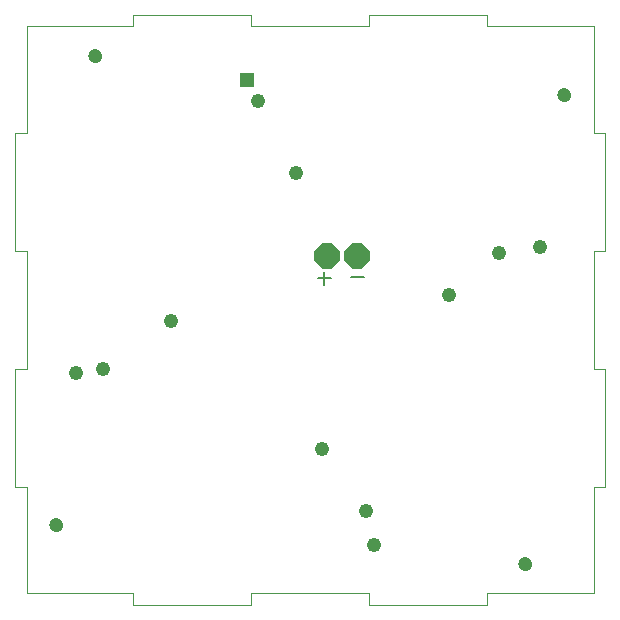
<source format=gbs>
G75*
%MOIN*%
%OFA0B0*%
%FSLAX25Y25*%
%IPPOS*%
%LPD*%
%AMOC8*
5,1,8,0,0,1.08239X$1,22.5*
%
%ADD10C,0.00004*%
%ADD11C,0.00600*%
%ADD12C,0.00000*%
%ADD13C,0.04737*%
%ADD14OC8,0.08400*%
%ADD15R,0.04762X0.04762*%
%ADD16C,0.04762*%
D10*
X0004939Y0004939D02*
X0040372Y0004939D01*
X0040372Y0001002D01*
X0079742Y0001002D01*
X0079742Y0004939D01*
X0119112Y0004939D01*
X0119112Y0001002D01*
X0158482Y0001002D01*
X0158482Y0004939D01*
X0193915Y0004939D01*
X0193915Y0040372D01*
X0197852Y0040372D01*
X0197852Y0079742D01*
X0193915Y0079742D01*
X0193915Y0119112D01*
X0197852Y0119112D01*
X0197852Y0158482D01*
X0193915Y0158482D01*
X0193915Y0193915D01*
X0158482Y0193915D01*
X0158482Y0197852D01*
X0119112Y0197852D01*
X0119112Y0193915D01*
X0079742Y0193915D01*
X0079742Y0197852D01*
X0040372Y0197852D01*
X0040372Y0193915D01*
X0004939Y0193915D01*
X0004939Y0158482D01*
X0001002Y0158482D01*
X0001002Y0119112D01*
X0004939Y0119112D01*
X0004939Y0079742D01*
X0001002Y0079742D01*
X0001002Y0040372D01*
X0004939Y0040372D01*
X0004939Y0004939D01*
D11*
X0104225Y0107881D02*
X0104225Y0112152D01*
X0106360Y0110017D02*
X0102089Y0110017D01*
X0113113Y0110410D02*
X0117383Y0110410D01*
D12*
X0182104Y0171081D02*
X0182106Y0171169D01*
X0182112Y0171257D01*
X0182122Y0171345D01*
X0182136Y0171433D01*
X0182153Y0171519D01*
X0182175Y0171605D01*
X0182200Y0171689D01*
X0182230Y0171773D01*
X0182262Y0171855D01*
X0182299Y0171935D01*
X0182339Y0172014D01*
X0182383Y0172091D01*
X0182430Y0172166D01*
X0182480Y0172238D01*
X0182534Y0172309D01*
X0182590Y0172376D01*
X0182650Y0172442D01*
X0182712Y0172504D01*
X0182778Y0172564D01*
X0182845Y0172620D01*
X0182916Y0172674D01*
X0182988Y0172724D01*
X0183063Y0172771D01*
X0183140Y0172815D01*
X0183219Y0172855D01*
X0183299Y0172892D01*
X0183381Y0172924D01*
X0183465Y0172954D01*
X0183549Y0172979D01*
X0183635Y0173001D01*
X0183721Y0173018D01*
X0183809Y0173032D01*
X0183897Y0173042D01*
X0183985Y0173048D01*
X0184073Y0173050D01*
X0184161Y0173048D01*
X0184249Y0173042D01*
X0184337Y0173032D01*
X0184425Y0173018D01*
X0184511Y0173001D01*
X0184597Y0172979D01*
X0184681Y0172954D01*
X0184765Y0172924D01*
X0184847Y0172892D01*
X0184927Y0172855D01*
X0185006Y0172815D01*
X0185083Y0172771D01*
X0185158Y0172724D01*
X0185230Y0172674D01*
X0185301Y0172620D01*
X0185368Y0172564D01*
X0185434Y0172504D01*
X0185496Y0172442D01*
X0185556Y0172376D01*
X0185612Y0172309D01*
X0185666Y0172238D01*
X0185716Y0172166D01*
X0185763Y0172091D01*
X0185807Y0172014D01*
X0185847Y0171935D01*
X0185884Y0171855D01*
X0185916Y0171773D01*
X0185946Y0171689D01*
X0185971Y0171605D01*
X0185993Y0171519D01*
X0186010Y0171433D01*
X0186024Y0171345D01*
X0186034Y0171257D01*
X0186040Y0171169D01*
X0186042Y0171081D01*
X0186040Y0170993D01*
X0186034Y0170905D01*
X0186024Y0170817D01*
X0186010Y0170729D01*
X0185993Y0170643D01*
X0185971Y0170557D01*
X0185946Y0170473D01*
X0185916Y0170389D01*
X0185884Y0170307D01*
X0185847Y0170227D01*
X0185807Y0170148D01*
X0185763Y0170071D01*
X0185716Y0169996D01*
X0185666Y0169924D01*
X0185612Y0169853D01*
X0185556Y0169786D01*
X0185496Y0169720D01*
X0185434Y0169658D01*
X0185368Y0169598D01*
X0185301Y0169542D01*
X0185230Y0169488D01*
X0185158Y0169438D01*
X0185083Y0169391D01*
X0185006Y0169347D01*
X0184927Y0169307D01*
X0184847Y0169270D01*
X0184765Y0169238D01*
X0184681Y0169208D01*
X0184597Y0169183D01*
X0184511Y0169161D01*
X0184425Y0169144D01*
X0184337Y0169130D01*
X0184249Y0169120D01*
X0184161Y0169114D01*
X0184073Y0169112D01*
X0183985Y0169114D01*
X0183897Y0169120D01*
X0183809Y0169130D01*
X0183721Y0169144D01*
X0183635Y0169161D01*
X0183549Y0169183D01*
X0183465Y0169208D01*
X0183381Y0169238D01*
X0183299Y0169270D01*
X0183219Y0169307D01*
X0183140Y0169347D01*
X0183063Y0169391D01*
X0182988Y0169438D01*
X0182916Y0169488D01*
X0182845Y0169542D01*
X0182778Y0169598D01*
X0182712Y0169658D01*
X0182650Y0169720D01*
X0182590Y0169786D01*
X0182534Y0169853D01*
X0182480Y0169924D01*
X0182430Y0169996D01*
X0182383Y0170071D01*
X0182339Y0170148D01*
X0182299Y0170227D01*
X0182262Y0170307D01*
X0182230Y0170389D01*
X0182200Y0170473D01*
X0182175Y0170557D01*
X0182153Y0170643D01*
X0182136Y0170729D01*
X0182122Y0170817D01*
X0182112Y0170905D01*
X0182106Y0170993D01*
X0182104Y0171081D01*
X0025805Y0184073D02*
X0025807Y0184161D01*
X0025813Y0184249D01*
X0025823Y0184337D01*
X0025837Y0184425D01*
X0025854Y0184511D01*
X0025876Y0184597D01*
X0025901Y0184681D01*
X0025931Y0184765D01*
X0025963Y0184847D01*
X0026000Y0184927D01*
X0026040Y0185006D01*
X0026084Y0185083D01*
X0026131Y0185158D01*
X0026181Y0185230D01*
X0026235Y0185301D01*
X0026291Y0185368D01*
X0026351Y0185434D01*
X0026413Y0185496D01*
X0026479Y0185556D01*
X0026546Y0185612D01*
X0026617Y0185666D01*
X0026689Y0185716D01*
X0026764Y0185763D01*
X0026841Y0185807D01*
X0026920Y0185847D01*
X0027000Y0185884D01*
X0027082Y0185916D01*
X0027166Y0185946D01*
X0027250Y0185971D01*
X0027336Y0185993D01*
X0027422Y0186010D01*
X0027510Y0186024D01*
X0027598Y0186034D01*
X0027686Y0186040D01*
X0027774Y0186042D01*
X0027862Y0186040D01*
X0027950Y0186034D01*
X0028038Y0186024D01*
X0028126Y0186010D01*
X0028212Y0185993D01*
X0028298Y0185971D01*
X0028382Y0185946D01*
X0028466Y0185916D01*
X0028548Y0185884D01*
X0028628Y0185847D01*
X0028707Y0185807D01*
X0028784Y0185763D01*
X0028859Y0185716D01*
X0028931Y0185666D01*
X0029002Y0185612D01*
X0029069Y0185556D01*
X0029135Y0185496D01*
X0029197Y0185434D01*
X0029257Y0185368D01*
X0029313Y0185301D01*
X0029367Y0185230D01*
X0029417Y0185158D01*
X0029464Y0185083D01*
X0029508Y0185006D01*
X0029548Y0184927D01*
X0029585Y0184847D01*
X0029617Y0184765D01*
X0029647Y0184681D01*
X0029672Y0184597D01*
X0029694Y0184511D01*
X0029711Y0184425D01*
X0029725Y0184337D01*
X0029735Y0184249D01*
X0029741Y0184161D01*
X0029743Y0184073D01*
X0029741Y0183985D01*
X0029735Y0183897D01*
X0029725Y0183809D01*
X0029711Y0183721D01*
X0029694Y0183635D01*
X0029672Y0183549D01*
X0029647Y0183465D01*
X0029617Y0183381D01*
X0029585Y0183299D01*
X0029548Y0183219D01*
X0029508Y0183140D01*
X0029464Y0183063D01*
X0029417Y0182988D01*
X0029367Y0182916D01*
X0029313Y0182845D01*
X0029257Y0182778D01*
X0029197Y0182712D01*
X0029135Y0182650D01*
X0029069Y0182590D01*
X0029002Y0182534D01*
X0028931Y0182480D01*
X0028859Y0182430D01*
X0028784Y0182383D01*
X0028707Y0182339D01*
X0028628Y0182299D01*
X0028548Y0182262D01*
X0028466Y0182230D01*
X0028382Y0182200D01*
X0028298Y0182175D01*
X0028212Y0182153D01*
X0028126Y0182136D01*
X0028038Y0182122D01*
X0027950Y0182112D01*
X0027862Y0182106D01*
X0027774Y0182104D01*
X0027686Y0182106D01*
X0027598Y0182112D01*
X0027510Y0182122D01*
X0027422Y0182136D01*
X0027336Y0182153D01*
X0027250Y0182175D01*
X0027166Y0182200D01*
X0027082Y0182230D01*
X0027000Y0182262D01*
X0026920Y0182299D01*
X0026841Y0182339D01*
X0026764Y0182383D01*
X0026689Y0182430D01*
X0026617Y0182480D01*
X0026546Y0182534D01*
X0026479Y0182590D01*
X0026413Y0182650D01*
X0026351Y0182712D01*
X0026291Y0182778D01*
X0026235Y0182845D01*
X0026181Y0182916D01*
X0026131Y0182988D01*
X0026084Y0183063D01*
X0026040Y0183140D01*
X0026000Y0183219D01*
X0025963Y0183299D01*
X0025931Y0183381D01*
X0025901Y0183465D01*
X0025876Y0183549D01*
X0025854Y0183635D01*
X0025837Y0183721D01*
X0025823Y0183809D01*
X0025813Y0183897D01*
X0025807Y0183985D01*
X0025805Y0184073D01*
X0012812Y0027774D02*
X0012814Y0027862D01*
X0012820Y0027950D01*
X0012830Y0028038D01*
X0012844Y0028126D01*
X0012861Y0028212D01*
X0012883Y0028298D01*
X0012908Y0028382D01*
X0012938Y0028466D01*
X0012970Y0028548D01*
X0013007Y0028628D01*
X0013047Y0028707D01*
X0013091Y0028784D01*
X0013138Y0028859D01*
X0013188Y0028931D01*
X0013242Y0029002D01*
X0013298Y0029069D01*
X0013358Y0029135D01*
X0013420Y0029197D01*
X0013486Y0029257D01*
X0013553Y0029313D01*
X0013624Y0029367D01*
X0013696Y0029417D01*
X0013771Y0029464D01*
X0013848Y0029508D01*
X0013927Y0029548D01*
X0014007Y0029585D01*
X0014089Y0029617D01*
X0014173Y0029647D01*
X0014257Y0029672D01*
X0014343Y0029694D01*
X0014429Y0029711D01*
X0014517Y0029725D01*
X0014605Y0029735D01*
X0014693Y0029741D01*
X0014781Y0029743D01*
X0014869Y0029741D01*
X0014957Y0029735D01*
X0015045Y0029725D01*
X0015133Y0029711D01*
X0015219Y0029694D01*
X0015305Y0029672D01*
X0015389Y0029647D01*
X0015473Y0029617D01*
X0015555Y0029585D01*
X0015635Y0029548D01*
X0015714Y0029508D01*
X0015791Y0029464D01*
X0015866Y0029417D01*
X0015938Y0029367D01*
X0016009Y0029313D01*
X0016076Y0029257D01*
X0016142Y0029197D01*
X0016204Y0029135D01*
X0016264Y0029069D01*
X0016320Y0029002D01*
X0016374Y0028931D01*
X0016424Y0028859D01*
X0016471Y0028784D01*
X0016515Y0028707D01*
X0016555Y0028628D01*
X0016592Y0028548D01*
X0016624Y0028466D01*
X0016654Y0028382D01*
X0016679Y0028298D01*
X0016701Y0028212D01*
X0016718Y0028126D01*
X0016732Y0028038D01*
X0016742Y0027950D01*
X0016748Y0027862D01*
X0016750Y0027774D01*
X0016748Y0027686D01*
X0016742Y0027598D01*
X0016732Y0027510D01*
X0016718Y0027422D01*
X0016701Y0027336D01*
X0016679Y0027250D01*
X0016654Y0027166D01*
X0016624Y0027082D01*
X0016592Y0027000D01*
X0016555Y0026920D01*
X0016515Y0026841D01*
X0016471Y0026764D01*
X0016424Y0026689D01*
X0016374Y0026617D01*
X0016320Y0026546D01*
X0016264Y0026479D01*
X0016204Y0026413D01*
X0016142Y0026351D01*
X0016076Y0026291D01*
X0016009Y0026235D01*
X0015938Y0026181D01*
X0015866Y0026131D01*
X0015791Y0026084D01*
X0015714Y0026040D01*
X0015635Y0026000D01*
X0015555Y0025963D01*
X0015473Y0025931D01*
X0015389Y0025901D01*
X0015305Y0025876D01*
X0015219Y0025854D01*
X0015133Y0025837D01*
X0015045Y0025823D01*
X0014957Y0025813D01*
X0014869Y0025807D01*
X0014781Y0025805D01*
X0014693Y0025807D01*
X0014605Y0025813D01*
X0014517Y0025823D01*
X0014429Y0025837D01*
X0014343Y0025854D01*
X0014257Y0025876D01*
X0014173Y0025901D01*
X0014089Y0025931D01*
X0014007Y0025963D01*
X0013927Y0026000D01*
X0013848Y0026040D01*
X0013771Y0026084D01*
X0013696Y0026131D01*
X0013624Y0026181D01*
X0013553Y0026235D01*
X0013486Y0026291D01*
X0013420Y0026351D01*
X0013358Y0026413D01*
X0013298Y0026479D01*
X0013242Y0026546D01*
X0013188Y0026617D01*
X0013138Y0026689D01*
X0013091Y0026764D01*
X0013047Y0026841D01*
X0013007Y0026920D01*
X0012970Y0027000D01*
X0012938Y0027082D01*
X0012908Y0027166D01*
X0012883Y0027250D01*
X0012861Y0027336D01*
X0012844Y0027422D01*
X0012830Y0027510D01*
X0012820Y0027598D01*
X0012814Y0027686D01*
X0012812Y0027774D01*
X0169112Y0014781D02*
X0169114Y0014869D01*
X0169120Y0014957D01*
X0169130Y0015045D01*
X0169144Y0015133D01*
X0169161Y0015219D01*
X0169183Y0015305D01*
X0169208Y0015389D01*
X0169238Y0015473D01*
X0169270Y0015555D01*
X0169307Y0015635D01*
X0169347Y0015714D01*
X0169391Y0015791D01*
X0169438Y0015866D01*
X0169488Y0015938D01*
X0169542Y0016009D01*
X0169598Y0016076D01*
X0169658Y0016142D01*
X0169720Y0016204D01*
X0169786Y0016264D01*
X0169853Y0016320D01*
X0169924Y0016374D01*
X0169996Y0016424D01*
X0170071Y0016471D01*
X0170148Y0016515D01*
X0170227Y0016555D01*
X0170307Y0016592D01*
X0170389Y0016624D01*
X0170473Y0016654D01*
X0170557Y0016679D01*
X0170643Y0016701D01*
X0170729Y0016718D01*
X0170817Y0016732D01*
X0170905Y0016742D01*
X0170993Y0016748D01*
X0171081Y0016750D01*
X0171169Y0016748D01*
X0171257Y0016742D01*
X0171345Y0016732D01*
X0171433Y0016718D01*
X0171519Y0016701D01*
X0171605Y0016679D01*
X0171689Y0016654D01*
X0171773Y0016624D01*
X0171855Y0016592D01*
X0171935Y0016555D01*
X0172014Y0016515D01*
X0172091Y0016471D01*
X0172166Y0016424D01*
X0172238Y0016374D01*
X0172309Y0016320D01*
X0172376Y0016264D01*
X0172442Y0016204D01*
X0172504Y0016142D01*
X0172564Y0016076D01*
X0172620Y0016009D01*
X0172674Y0015938D01*
X0172724Y0015866D01*
X0172771Y0015791D01*
X0172815Y0015714D01*
X0172855Y0015635D01*
X0172892Y0015555D01*
X0172924Y0015473D01*
X0172954Y0015389D01*
X0172979Y0015305D01*
X0173001Y0015219D01*
X0173018Y0015133D01*
X0173032Y0015045D01*
X0173042Y0014957D01*
X0173048Y0014869D01*
X0173050Y0014781D01*
X0173048Y0014693D01*
X0173042Y0014605D01*
X0173032Y0014517D01*
X0173018Y0014429D01*
X0173001Y0014343D01*
X0172979Y0014257D01*
X0172954Y0014173D01*
X0172924Y0014089D01*
X0172892Y0014007D01*
X0172855Y0013927D01*
X0172815Y0013848D01*
X0172771Y0013771D01*
X0172724Y0013696D01*
X0172674Y0013624D01*
X0172620Y0013553D01*
X0172564Y0013486D01*
X0172504Y0013420D01*
X0172442Y0013358D01*
X0172376Y0013298D01*
X0172309Y0013242D01*
X0172238Y0013188D01*
X0172166Y0013138D01*
X0172091Y0013091D01*
X0172014Y0013047D01*
X0171935Y0013007D01*
X0171855Y0012970D01*
X0171773Y0012938D01*
X0171689Y0012908D01*
X0171605Y0012883D01*
X0171519Y0012861D01*
X0171433Y0012844D01*
X0171345Y0012830D01*
X0171257Y0012820D01*
X0171169Y0012814D01*
X0171081Y0012812D01*
X0170993Y0012814D01*
X0170905Y0012820D01*
X0170817Y0012830D01*
X0170729Y0012844D01*
X0170643Y0012861D01*
X0170557Y0012883D01*
X0170473Y0012908D01*
X0170389Y0012938D01*
X0170307Y0012970D01*
X0170227Y0013007D01*
X0170148Y0013047D01*
X0170071Y0013091D01*
X0169996Y0013138D01*
X0169924Y0013188D01*
X0169853Y0013242D01*
X0169786Y0013298D01*
X0169720Y0013358D01*
X0169658Y0013420D01*
X0169598Y0013486D01*
X0169542Y0013553D01*
X0169488Y0013624D01*
X0169438Y0013696D01*
X0169391Y0013771D01*
X0169347Y0013848D01*
X0169307Y0013927D01*
X0169270Y0014007D01*
X0169238Y0014089D01*
X0169208Y0014173D01*
X0169183Y0014257D01*
X0169161Y0014343D01*
X0169144Y0014429D01*
X0169130Y0014517D01*
X0169120Y0014605D01*
X0169114Y0014693D01*
X0169112Y0014781D01*
D13*
X0171081Y0014781D03*
X0014781Y0027774D03*
X0027774Y0184073D03*
X0184073Y0171081D03*
D14*
X0114978Y0117537D03*
X0104939Y0117537D03*
D15*
X0078561Y0176199D03*
D16*
X0082104Y0169112D03*
X0094703Y0145096D03*
X0052970Y0095884D03*
X0030530Y0079742D03*
X0021474Y0078561D03*
X0103364Y0052970D03*
X0117931Y0032498D03*
X0120687Y0021081D03*
X0145884Y0104545D03*
X0162419Y0118325D03*
X0176199Y0120293D03*
M02*

</source>
